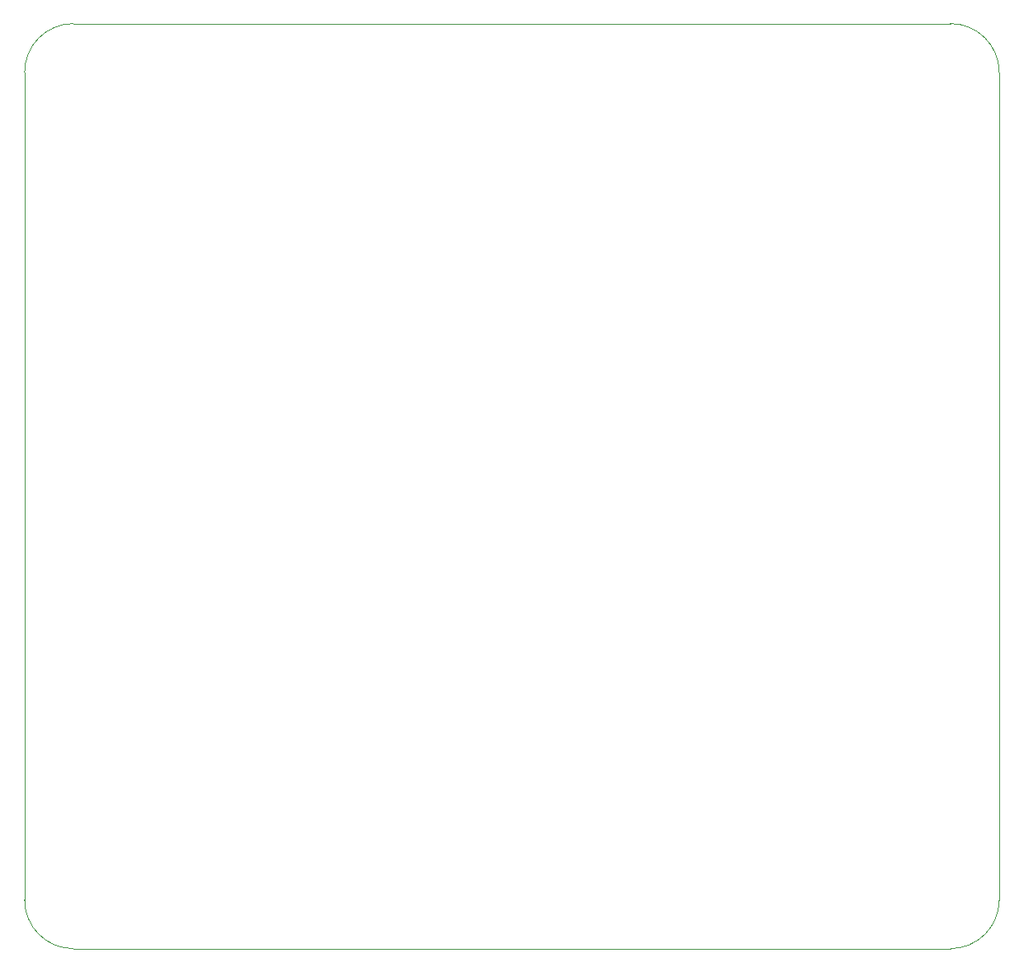
<source format=gbr>
G04 #@! TF.GenerationSoftware,KiCad,Pcbnew,(5.1.5)-3*
G04 #@! TF.CreationDate,2020-10-27T23:28:23+01:00*
G04 #@! TF.ProjectId,control_loop_1,636f6e74-726f-46c5-9f6c-6f6f705f312e,rev?*
G04 #@! TF.SameCoordinates,Original*
G04 #@! TF.FileFunction,Profile,NP*
%FSLAX46Y46*%
G04 Gerber Fmt 4.6, Leading zero omitted, Abs format (unit mm)*
G04 Created by KiCad (PCBNEW (5.1.5)-3) date 2020-10-27 23:28:23*
%MOMM*%
%LPD*%
G04 APERTURE LIST*
%ADD10C,0.050000*%
G04 APERTURE END LIST*
D10*
X190988000Y-138516000D02*
G75*
G02X185988000Y-143516000I-5000000J0D01*
G01*
X95988000Y-143516000D02*
G75*
G02X90988000Y-138516000I0J5000000D01*
G01*
X185988000Y-48516000D02*
G75*
G02X190988000Y-53516000I0J-5000000D01*
G01*
X90988000Y-53516000D02*
G75*
G02X95988000Y-48516000I5000000J0D01*
G01*
X90988000Y-53516000D02*
X90988000Y-138516000D01*
X185988000Y-48516000D02*
X95988000Y-48516000D01*
X190988000Y-138516000D02*
X190988000Y-53516000D01*
X95988000Y-143516000D02*
X185988000Y-143516000D01*
M02*

</source>
